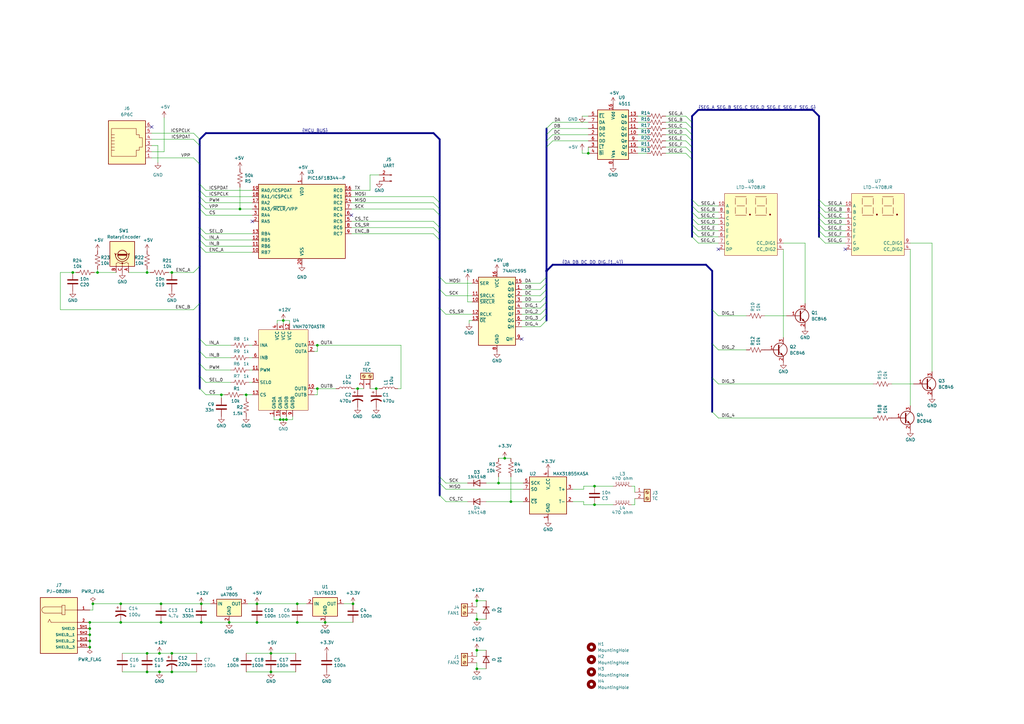
<source format=kicad_sch>
(kicad_sch (version 20231120) (generator "eeschema") (generator_version "8.0")
  (paper "A3")
  (bus_alias "MCU_BUS" (members "ICSPCLK" "ICSPDAT" "VPP" "PWM" "ENC_A" "ENC_B" "SEL_0" "IN_A" "IN_B" "CS" "TX" "MOSI" "MISO" "SCK" "DRDY" "CS_TC" "CS_SR"))
  (junction (at 70.485 111.76))
  (junction (at 66.04 247.65))
  (junction (at 40.005 111.76))
  (junction (at 36.83 260.35))
  (junction (at 36.83 262.89))
  (junction (at 116.205 131.445))
  (junction (at 38.1 247.65))
  (junction (at 49.53 255.27))
  (junction (at 98.425 85.725))
  (junction (at 204.47 198.12))
  (junction (at 65.405 275.59))
  (junction (at 105.41 247.65))
  (junction (at 36.83 257.81))
  (junction (at 60.325 275.59))
  (junction (at 146.685 159.385))
  (junction (at 70.485 275.59))
  (junction (at 130.175 159.385))
  (junction (at 93.98 255.27))
  (junction (at 241.3 62.865))
  (junction (at 224.155 111.125))
  (junction (at 116.205 172.085))
  (junction (at 105.41 255.27))
  (junction (at 243.84 207.01))
  (junction (at 133.35 255.27))
  (junction (at 207.01 187.96))
  (junction (at 90.805 161.925))
  (junction (at 65.405 267.97))
  (junction (at 60.325 267.97))
  (junction (at 82.55 255.27))
  (junction (at 82.55 247.65))
  (junction (at 66.04 255.27))
  (junction (at 121.92 247.65))
  (junction (at 195.58 254))
  (junction (at 195.58 266.7))
  (junction (at 121.92 255.27))
  (junction (at 49.53 247.65))
  (junction (at 100.965 161.925))
  (junction (at 70.485 267.97))
  (junction (at 144.78 247.65))
  (junction (at 114.935 172.085))
  (junction (at 29.845 111.76))
  (junction (at 195.58 246.38))
  (junction (at 130.175 141.605))
  (junction (at 36.83 255.27))
  (junction (at 117.475 172.085))
  (junction (at 60.325 111.76))
  (junction (at 111.125 267.97))
  (junction (at 243.84 199.39))
  (junction (at 195.58 274.32))
  (junction (at 209.55 205.74))
  (junction (at 154.305 159.385))
  (junction (at 36.83 265.43))
  (junction (at 111.125 275.59))
  (no_connect (at 213.995 139.065))
  (no_connect (at 62.23 52.07))
  (no_connect (at 294.64 102.235))
  (no_connect (at 346.71 102.235))
  (no_connect (at 103.505 90.805))
  (no_connect (at 144.145 88.265))
  (bus_entry (at 335.915 97.155) (size 2.54 2.54))
  (bus_entry (at 221.615 116.205) (size 2.54 -2.54))
  (bus_entry (at 81.915 85.725) (size 2.54 2.54))
  (bus_entry (at 81.915 149.225) (size 2.54 2.54))
  (bus_entry (at 180.34 195.58) (size 2.54 2.54))
  (bus_entry (at 221.615 126.365) (size 2.54 -2.54))
  (bus_entry (at 335.915 89.535) (size 2.54 2.54))
  (bus_entry (at 180.34 203.2) (size 2.54 2.54))
  (bus_entry (at 81.915 93.345) (size 2.54 2.54))
  (bus_entry (at 292.1 127) (size 2.54 2.54))
  (bus_entry (at 283.845 89.535) (size 2.54 2.54))
  (bus_entry (at 180.34 198.12) (size 2.54 2.54))
  (bus_entry (at 281.305 50.165) (size 2.54 2.54))
  (bus_entry (at 81.915 159.385) (size 2.54 2.54))
  (bus_entry (at 81.915 144.145) (size 2.54 2.54))
  (bus_entry (at 221.615 133.985) (size 2.54 -2.54))
  (bus_entry (at 81.915 98.425) (size 2.54 2.54))
  (bus_entry (at 283.845 84.455) (size 2.54 2.54))
  (bus_entry (at 335.915 86.995) (size 2.54 2.54))
  (bus_entry (at 283.845 81.915) (size 2.54 2.54))
  (bus_entry (at 180.34 126.365) (size 2.54 2.54))
  (bus_entry (at 81.915 78.105) (size 2.54 2.54))
  (bus_entry (at 283.845 97.155) (size 2.54 2.54))
  (bus_entry (at 292.1 154.94) (size 2.54 2.54))
  (bus_entry (at 335.915 84.455) (size 2.54 2.54))
  (bus_entry (at 224.155 57.785) (size 2.54 -2.54))
  (bus_entry (at 79.375 64.77) (size 2.54 2.54))
  (bus_entry (at 177.8 93.345) (size 2.54 2.54))
  (bus_entry (at 180.34 118.745) (size 2.54 2.54))
  (bus_entry (at 79.375 127) (size 2.54 -2.54))
  (bus_entry (at 335.915 81.915) (size 2.54 2.54))
  (bus_entry (at 224.155 52.705) (size 2.54 -2.54))
  (bus_entry (at 292.1 168.91) (size 2.54 2.54))
  (bus_entry (at 281.305 62.865) (size 2.54 2.54))
  (bus_entry (at 79.375 54.61) (size 2.54 2.54))
  (bus_entry (at 335.915 92.075) (size 2.54 2.54))
  (bus_entry (at 221.615 123.825) (size 2.54 -2.54))
  (bus_entry (at 281.305 52.705) (size 2.54 2.54))
  (bus_entry (at 177.8 90.805) (size 2.54 2.54))
  (bus_entry (at 180.34 113.665) (size 2.54 2.54))
  (bus_entry (at 177.8 95.885) (size 2.54 2.54))
  (bus_entry (at 81.915 100.965) (size 2.54 2.54))
  (bus_entry (at 283.845 92.075) (size 2.54 2.54))
  (bus_entry (at 283.845 86.995) (size 2.54 2.54))
  (bus_entry (at 224.155 55.245) (size 2.54 -2.54))
  (bus_entry (at 79.375 57.15) (size 2.54 2.54))
  (bus_entry (at 177.8 83.185) (size 2.54 2.54))
  (bus_entry (at 81.915 154.305) (size 2.54 2.54))
  (bus_entry (at 81.915 75.565) (size 2.54 2.54))
  (bus_entry (at 281.305 55.245) (size 2.54 2.54))
  (bus_entry (at 281.305 57.785) (size 2.54 2.54))
  (bus_entry (at 81.915 83.185) (size 2.54 2.54))
  (bus_entry (at 335.915 94.615) (size 2.54 2.54))
  (bus_entry (at 224.155 60.325) (size 2.54 -2.54))
  (bus_entry (at 221.615 118.745) (size 2.54 -2.54))
  (bus_entry (at 81.915 139.065) (size 2.54 2.54))
  (bus_entry (at 177.8 85.725) (size 2.54 2.54))
  (bus_entry (at 81.915 80.645) (size 2.54 2.54))
  (bus_entry (at 221.615 121.285) (size 2.54 -2.54))
  (bus_entry (at 283.845 94.615) (size 2.54 2.54))
  (bus_entry (at 79.375 111.76) (size 2.54 -2.54))
  (bus_entry (at 281.305 60.325) (size 2.54 2.54))
  (bus_entry (at 221.615 128.905) (size 2.54 -2.54))
  (bus_entry (at 81.915 95.885) (size 2.54 2.54))
  (bus_entry (at 281.305 47.625) (size 2.54 2.54))
  (bus_entry (at 292.1 140.97) (size 2.54 2.54))
  (bus_entry (at 177.8 80.645) (size 2.54 2.54))
  (bus_entry (at 221.615 131.445) (size 2.54 -2.54))
  (wire (pts (xy 121.92 247.65) (xy 125.73 247.65)))
  (wire (pts (xy 261.62 55.245) (xy 265.43 55.245)))
  (wire (pts (xy 130.175 141.605) (xy 128.905 141.605)))
  (wire (pts (xy 144.145 95.885) (xy 177.8 95.885)))
  (wire (pts (xy 286.385 86.995) (xy 294.64 86.995)))
  (bus (pts (xy 283.845 52.705) (xy 283.845 55.245)) (stroke (width 0.75)))
  (bus (pts (xy 81.915 57.15) (xy 81.915 59.69)) (stroke (width 0.75)))
  (wire (pts (xy 111.125 267.97) (xy 121.285 267.97)))
  (wire (pts (xy 84.455 78.105) (xy 103.505 78.105)))
  (wire (pts (xy 84.455 83.185) (xy 103.505 83.185)))
  (bus (pts (xy 283.845 57.785) (xy 283.845 60.325)) (stroke (width 0.75)))
  (wire (pts (xy 182.88 116.205) (xy 193.675 116.205)))
  (wire (pts (xy 273.05 50.165) (xy 281.305 50.165)))
  (wire (pts (xy 273.05 62.865) (xy 281.305 62.865)))
  (bus (pts (xy 180.34 85.725) (xy 180.34 88.265)) (stroke (width 0.75)))
  (bus (pts (xy 283.845 50.165) (xy 283.845 52.705)) (stroke (width 0.75)))
  (wire (pts (xy 151.765 159.385) (xy 154.305 159.385)))
  (wire (pts (xy 261.62 60.325) (xy 265.43 60.325)))
  (wire (pts (xy 145.415 159.385) (xy 146.685 159.385)))
  (wire (pts (xy 373.38 99.695) (xy 382.27 99.695)))
  (bus (pts (xy 289.56 108.585) (xy 292.1 111.125)) (stroke (width 0.75)))
  (wire (pts (xy 195.58 269.24) (xy 195.58 266.7)))
  (bus (pts (xy 283.845 92.075) (xy 283.845 94.615)) (stroke (width 0.75)))
  (wire (pts (xy 193.675 123.825) (xy 191.77 123.825)))
  (wire (pts (xy 195.58 246.38) (xy 199.39 246.38)))
  (wire (pts (xy 243.84 199.39) (xy 251.46 199.39)))
  (wire (pts (xy 62.23 54.61) (xy 79.375 54.61)))
  (wire (pts (xy 243.84 207.01) (xy 251.46 207.01)))
  (wire (pts (xy 226.695 55.245) (xy 241.3 55.245)))
  (wire (pts (xy 164.465 141.605) (xy 164.465 159.385)))
  (wire (pts (xy 213.995 128.905) (xy 221.615 128.905)))
  (bus (pts (xy 283.845 55.245) (xy 283.845 57.785)) (stroke (width 0.75)))
  (bus (pts (xy 335.915 81.915) (xy 335.915 84.455)) (stroke (width 0.75)))
  (bus (pts (xy 283.845 62.865) (xy 283.845 65.405)) (stroke (width 0.75)))
  (wire (pts (xy 193.675 131.445) (xy 192.405 131.445)))
  (bus (pts (xy 224.155 55.245) (xy 224.155 57.785)) (stroke (width 0.75)))
  (bus (pts (xy 180.34 198.12) (xy 180.34 203.2)) (stroke (width 0.75)))
  (wire (pts (xy 50.165 275.59) (xy 60.325 275.59)))
  (wire (pts (xy 151.765 71.755) (xy 151.765 78.105)))
  (wire (pts (xy 213.995 116.205) (xy 221.615 116.205)))
  (wire (pts (xy 116.205 172.085) (xy 117.475 172.085)))
  (bus (pts (xy 81.915 100.965) (xy 81.915 109.22)) (stroke (width 0.75)))
  (wire (pts (xy 259.08 199.39) (xy 260.35 199.39)))
  (wire (pts (xy 207.01 187.96) (xy 209.55 187.96)))
  (wire (pts (xy 70.485 275.59) (xy 80.645 275.59)))
  (wire (pts (xy 70.485 267.97) (xy 80.645 267.97)))
  (wire (pts (xy 36.83 262.89) (xy 36.83 265.43)))
  (bus (pts (xy 180.34 195.58) (xy 180.34 198.12)) (stroke (width 0.75)))
  (wire (pts (xy 130.175 159.385) (xy 137.795 159.385)))
  (wire (pts (xy 65.405 275.59) (xy 60.325 275.59)))
  (wire (pts (xy 38.1 250.19) (xy 36.83 250.19)))
  (bus (pts (xy 335.915 92.075) (xy 335.915 94.615)) (stroke (width 0.75)))
  (bus (pts (xy 283.845 86.995) (xy 283.845 89.535)) (stroke (width 0.75)))
  (wire (pts (xy 241.3 60.325) (xy 241.3 62.865)))
  (wire (pts (xy 117.475 172.085) (xy 120.015 172.085)))
  (wire (pts (xy 105.41 247.65) (xy 121.92 247.65)))
  (wire (pts (xy 38.1 250.19) (xy 38.1 247.65)))
  (wire (pts (xy 112.395 172.085) (xy 114.935 172.085)))
  (wire (pts (xy 238.76 62.865) (xy 238.76 61.595)))
  (wire (pts (xy 62.23 64.77) (xy 79.375 64.77)))
  (bus (pts (xy 81.915 109.22) (xy 81.915 124.46)) (stroke (width 0.75)))
  (wire (pts (xy 149.225 159.385) (xy 146.685 159.385)))
  (wire (pts (xy 113.665 131.445) (xy 113.665 132.715)))
  (wire (pts (xy 38.1 247.65) (xy 49.53 247.65)))
  (wire (pts (xy 273.05 57.785) (xy 281.305 57.785)))
  (bus (pts (xy 224.155 57.785) (xy 224.155 60.325)) (stroke (width 0.75)))
  (wire (pts (xy 24.765 127) (xy 24.765 111.76)))
  (bus (pts (xy 180.34 98.425) (xy 180.34 113.665)) (stroke (width 0.75)))
  (wire (pts (xy 102.235 156.845) (xy 103.505 156.845)))
  (bus (pts (xy 81.915 154.305) (xy 81.915 159.385)) (stroke (width 0.75)))
  (bus (pts (xy 180.34 113.665) (xy 180.34 118.745)) (stroke (width 0.75)))
  (wire (pts (xy 84.455 98.425) (xy 103.505 98.425)))
  (wire (pts (xy 100.965 275.59) (xy 111.125 275.59)))
  (wire (pts (xy 130.175 141.605) (xy 130.175 144.145)))
  (wire (pts (xy 182.88 200.66) (xy 214.63 200.66)))
  (bus (pts (xy 335.915 89.535) (xy 335.915 92.075)) (stroke (width 0.75)))
  (wire (pts (xy 100.965 267.97) (xy 111.125 267.97)))
  (wire (pts (xy 84.455 100.965) (xy 103.505 100.965)))
  (wire (pts (xy 294.64 143.51) (xy 306.07 143.51)))
  (wire (pts (xy 102.235 151.765) (xy 103.505 151.765)))
  (wire (pts (xy 113.665 131.445) (xy 116.205 131.445)))
  (bus (pts (xy 292.1 140.97) (xy 292.1 154.94)) (stroke (width 0.75)))
  (bus (pts (xy 81.915 144.145) (xy 81.915 149.225)) (stroke (width 0.75)))
  (bus (pts (xy 224.155 111.125) (xy 226.695 108.585)) (stroke (width 0.75)))
  (bus (pts (xy 226.695 108.585) (xy 289.56 108.585)) (stroke (width 0.75)))
  (wire (pts (xy 338.455 92.075) (xy 346.71 92.075)))
  (bus (pts (xy 333.375 45.085) (xy 335.915 47.625)) (stroke (width 0.75)))
  (wire (pts (xy 182.88 198.12) (xy 191.77 198.12)))
  (wire (pts (xy 234.95 200.66) (xy 239.395 200.66)))
  (bus (pts (xy 335.915 84.455) (xy 335.915 86.995)) (stroke (width 0.75)))
  (wire (pts (xy 121.92 255.27) (xy 133.35 255.27)))
  (bus (pts (xy 283.845 89.535) (xy 283.845 92.075)) (stroke (width 0.75)))
  (wire (pts (xy 36.83 257.81) (xy 36.83 260.35)))
  (wire (pts (xy 65.405 267.97) (xy 70.485 267.97)))
  (wire (pts (xy 154.305 159.385) (xy 155.575 159.385)))
  (bus (pts (xy 81.915 85.725) (xy 81.915 93.345)) (stroke (width 0.75)))
  (wire (pts (xy 24.765 127) (xy 79.375 127)))
  (wire (pts (xy 60.325 111.76) (xy 60.325 110.49)))
  (wire (pts (xy 120.015 172.085) (xy 120.015 170.815)))
  (wire (pts (xy 70.485 111.76) (xy 69.215 111.76)))
  (wire (pts (xy 101.6 247.65) (xy 105.41 247.65)))
  (bus (pts (xy 177.8 54.61) (xy 180.34 57.15)) (stroke (width 0.75)))
  (wire (pts (xy 114.935 172.085) (xy 116.205 172.085)))
  (wire (pts (xy 286.385 84.455) (xy 294.64 84.455)))
  (wire (pts (xy 213.995 121.285) (xy 221.615 121.285)))
  (bus (pts (xy 180.34 118.745) (xy 180.34 126.365)) (stroke (width 0.75)))
  (wire (pts (xy 65.405 275.59) (xy 70.485 275.59)))
  (wire (pts (xy 84.455 146.685) (xy 94.615 146.685)))
  (wire (pts (xy 84.455 85.725) (xy 98.425 85.725)))
  (wire (pts (xy 260.35 207.01) (xy 259.08 207.01)))
  (bus (pts (xy 286.385 45.085) (xy 333.375 45.085)) (stroke (width 0.75)))
  (bus (pts (xy 224.155 126.365) (xy 224.155 128.905)) (stroke (width 0.75)))
  (wire (pts (xy 130.175 161.925) (xy 130.175 159.385)))
  (wire (pts (xy 273.05 47.625) (xy 281.305 47.625)))
  (bus (pts (xy 81.915 75.565) (xy 81.915 78.105)) (stroke (width 0.75)))
  (wire (pts (xy 128.905 159.385) (xy 130.175 159.385)))
  (wire (pts (xy 144.145 93.345) (xy 177.8 93.345)))
  (wire (pts (xy 84.455 151.765) (xy 94.615 151.765)))
  (bus (pts (xy 224.155 60.325) (xy 224.155 111.125)) (stroke (width 0.75)))
  (bus (pts (xy 81.915 57.15) (xy 84.455 54.61)) (stroke (width 0.75)))
  (wire (pts (xy 365.76 157.48) (xy 374.65 157.48)))
  (bus (pts (xy 283.845 60.325) (xy 283.845 62.865)) (stroke (width 0.75)))
  (wire (pts (xy 286.385 97.155) (xy 294.64 97.155)))
  (wire (pts (xy 100.965 161.925) (xy 103.505 161.925)))
  (wire (pts (xy 84.455 156.845) (xy 94.615 156.845)))
  (wire (pts (xy 213.995 133.985) (xy 221.615 133.985)))
  (wire (pts (xy 164.465 159.385) (xy 163.195 159.385)))
  (bus (pts (xy 180.34 95.885) (xy 180.34 98.425)) (stroke (width 0.75)))
  (wire (pts (xy 195.58 251.46) (xy 195.58 254)))
  (wire (pts (xy 144.145 80.645) (xy 177.8 80.645)))
  (wire (pts (xy 66.04 255.27) (xy 82.55 255.27)))
  (wire (pts (xy 66.04 247.65) (xy 82.55 247.65)))
  (wire (pts (xy 130.175 144.145) (xy 128.905 144.145)))
  (wire (pts (xy 84.455 141.605) (xy 94.615 141.605)))
  (bus (pts (xy 292.1 154.94) (xy 292.1 168.91)) (stroke (width 0.75)))
  (bus (pts (xy 292.1 127) (xy 292.1 140.97)) (stroke (width 0.75)))
  (wire (pts (xy 209.55 205.74) (xy 214.63 205.74)))
  (wire (pts (xy 313.69 129.54) (xy 322.58 129.54)))
  (wire (pts (xy 84.455 103.505) (xy 103.505 103.505)))
  (wire (pts (xy 239.395 207.01) (xy 239.395 205.74)))
  (wire (pts (xy 151.765 71.755) (xy 155.575 71.755)))
  (wire (pts (xy 207.01 187.96) (xy 204.47 187.96)))
  (wire (pts (xy 213.995 118.745) (xy 221.615 118.745)))
  (bus (pts (xy 292.1 111.125) (xy 292.1 127)) (stroke (width 0.75)))
  (wire (pts (xy 111.125 275.59) (xy 121.285 275.59)))
  (wire (pts (xy 195.58 271.78) (xy 195.58 274.32)))
  (bus (pts (xy 81.915 80.645) (xy 81.915 83.185)) (stroke (width 0.75)))
  (wire (pts (xy 243.84 207.01) (xy 239.395 207.01)))
  (wire (pts (xy 49.53 255.27) (xy 66.04 255.27)))
  (wire (pts (xy 140.97 247.65) (xy 144.78 247.65)))
  (wire (pts (xy 286.385 89.535) (xy 294.64 89.535)))
  (wire (pts (xy 338.455 86.995) (xy 346.71 86.995)))
  (wire (pts (xy 118.745 131.445) (xy 118.745 132.715)))
  (wire (pts (xy 52.705 111.76) (xy 60.325 111.76)))
  (bus (pts (xy 84.455 54.61) (xy 177.8 54.61)) (stroke (width 0.75)))
  (bus (pts (xy 180.34 93.345) (xy 180.34 95.885)) (stroke (width 0.75)))
  (wire (pts (xy 62.23 57.15) (xy 79.375 57.15)))
  (wire (pts (xy 199.39 205.74) (xy 209.55 205.74)))
  (wire (pts (xy 294.64 171.45) (xy 358.14 171.45)))
  (bus (pts (xy 224.155 113.665) (xy 224.155 116.205)) (stroke (width 0.75)))
  (wire (pts (xy 226.695 57.785) (xy 241.3 57.785)))
  (wire (pts (xy 338.455 84.455) (xy 346.71 84.455)))
  (wire (pts (xy 195.58 266.7) (xy 199.39 266.7)))
  (bus (pts (xy 283.845 65.405) (xy 283.845 81.915)) (stroke (width 0.75)))
  (wire (pts (xy 36.83 255.27) (xy 49.53 255.27)))
  (bus (pts (xy 81.915 139.065) (xy 81.915 144.145)) (stroke (width 0.75)))
  (wire (pts (xy 382.27 99.695) (xy 382.27 152.4)))
  (wire (pts (xy 116.205 131.445) (xy 118.745 131.445)))
  (bus (pts (xy 180.34 88.265) (xy 180.34 93.345)) (stroke (width 0.75)))
  (bus (pts (xy 335.915 86.995) (xy 335.915 89.535)) (stroke (width 0.75)))
  (wire (pts (xy 238.76 47.625) (xy 241.3 47.625)))
  (bus (pts (xy 283.845 81.915) (xy 283.845 84.455)) (stroke (width 0.75)))
  (wire (pts (xy 204.47 198.12) (xy 214.63 198.12)))
  (wire (pts (xy 199.39 198.12) (xy 204.47 198.12)))
  (wire (pts (xy 130.175 141.605) (xy 164.465 141.605)))
  (wire (pts (xy 261.62 62.865) (xy 265.43 62.865)))
  (wire (pts (xy 241.3 62.865) (xy 238.76 62.865)))
  (bus (pts (xy 81.915 78.105) (xy 81.915 80.645)) (stroke (width 0.75)))
  (wire (pts (xy 102.235 141.605) (xy 103.505 141.605)))
  (wire (pts (xy 213.995 123.825) (xy 221.615 123.825)))
  (wire (pts (xy 182.88 128.905) (xy 193.675 128.905)))
  (wire (pts (xy 321.31 99.695) (xy 330.2 99.695)))
  (wire (pts (xy 144.145 85.725) (xy 177.8 85.725)))
  (wire (pts (xy 49.53 247.65) (xy 66.04 247.65)))
  (wire (pts (xy 260.35 199.39) (xy 260.35 201.93)))
  (bus (pts (xy 224.155 111.125) (xy 224.155 113.665)) (stroke (width 0.75)))
  (bus (pts (xy 224.155 116.205) (xy 224.155 118.745)) (stroke (width 0.75)))
  (wire (pts (xy 273.05 60.325) (xy 281.305 60.325)))
  (wire (pts (xy 114.935 170.815) (xy 114.935 172.085)))
  (wire (pts (xy 38.735 111.76) (xy 40.005 111.76)))
  (wire (pts (xy 182.88 205.74) (xy 191.77 205.74)))
  (wire (pts (xy 47.625 111.76) (xy 40.005 111.76)))
  (wire (pts (xy 67.31 48.26) (xy 67.31 62.23)))
  (wire (pts (xy 84.455 80.645) (xy 103.505 80.645)))
  (wire (pts (xy 338.455 94.615) (xy 346.71 94.615)))
  (wire (pts (xy 294.64 129.54) (xy 306.07 129.54)))
  (bus (pts (xy 224.155 123.825) (xy 224.155 126.365)) (stroke (width 0.75)))
  (bus (pts (xy 180.34 83.185) (xy 180.34 85.725)) (stroke (width 0.75)))
  (wire (pts (xy 294.64 157.48) (xy 358.14 157.48)))
  (bus (pts (xy 283.845 94.615) (xy 283.845 97.155)) (stroke (width 0.75)))
  (bus (pts (xy 224.155 128.905) (xy 224.155 131.445)) (stroke (width 0.75)))
  (wire (pts (xy 128.905 161.925) (xy 130.175 161.925)))
  (wire (pts (xy 98.425 85.725) (xy 98.425 76.835)))
  (wire (pts (xy 209.55 195.58) (xy 209.55 205.74)))
  (wire (pts (xy 191.77 123.825) (xy 191.77 114.935)))
  (bus (pts (xy 81.915 59.69) (xy 81.915 67.31)) (stroke (width 0.75)))
  (wire (pts (xy 90.805 161.925) (xy 92.075 161.925)))
  (bus (pts (xy 224.155 121.285) (xy 224.155 123.825)) (stroke (width 0.75)))
  (wire (pts (xy 373.38 102.235) (xy 373.38 166.37)))
  (wire (pts (xy 112.395 170.815) (xy 112.395 172.085)))
  (wire (pts (xy 260.35 204.47) (xy 260.35 207.01)))
  (wire (pts (xy 239.395 200.66) (xy 239.395 199.39)))
  (wire (pts (xy 213.995 126.365) (xy 221.615 126.365)))
  (wire (pts (xy 199.39 274.32) (xy 195.58 274.32)))
  (wire (pts (xy 204.47 195.58) (xy 204.47 198.12)))
  (wire (pts (xy 61.595 111.76) (xy 60.325 111.76)))
  (bus (pts (xy 224.155 118.745) (xy 224.155 121.285)) (stroke (width 0.75)))
  (wire (pts (xy 98.425 85.725) (xy 103.505 85.725)))
  (wire (pts (xy 286.385 92.075) (xy 294.64 92.075)))
  (wire (pts (xy 50.165 267.97) (xy 60.325 267.97)))
  (wire (pts (xy 273.05 55.245) (xy 281.305 55.245)))
  (wire (pts (xy 36.83 255.27) (xy 36.83 257.81)))
  (wire (pts (xy 338.455 89.535) (xy 346.71 89.535)))
  (wire (pts (xy 261.62 57.785) (xy 265.43 57.785)))
  (wire (pts (xy 93.98 255.27) (xy 105.41 255.27)))
  (bus (pts (xy 81.915 124.46) (xy 81.915 139.065)) (stroke (width 0.75)))
  (wire (pts (xy 100.965 161.925) (xy 99.695 161.925)))
  (bus (pts (xy 283.845 47.625) (xy 283.845 50.165)) (stroke (width 0.75)))
  (wire (pts (xy 213.995 131.445) (xy 221.615 131.445)))
  (wire (pts (xy 29.845 111.76) (xy 31.115 111.76)))
  (bus (pts (xy 81.915 83.185) (xy 81.915 85.725)) (stroke (width 0.75)))
  (wire (pts (xy 133.35 255.27) (xy 144.78 255.27)))
  (wire (pts (xy 234.95 205.74) (xy 239.395 205.74)))
  (wire (pts (xy 226.695 50.165) (xy 241.3 50.165)))
  (bus (pts (xy 283.845 47.625) (xy 286.385 45.085)) (stroke (width 0.75)))
  (wire (pts (xy 286.385 94.615) (xy 294.64 94.615)))
  (wire (pts (xy 84.455 88.265) (xy 103.505 88.265)))
  (bus (pts (xy 81.915 93.345) (xy 81.915 95.885)) (stroke (width 0.75)))
  (wire (pts (xy 84.455 95.885) (xy 103.505 95.885)))
  (wire (pts (xy 84.455 161.925) (xy 90.805 161.925)))
  (bus (pts (xy 335.915 47.625) (xy 335.915 81.915)) (stroke (width 0.75)))
  (wire (pts (xy 338.455 97.155) (xy 346.71 97.155)))
  (wire (pts (xy 64.77 59.69) (xy 62.23 59.69)))
  (wire (pts (xy 90.805 163.195) (xy 90.805 161.925)))
  (wire (pts (xy 192.405 131.445) (xy 192.405 132.715)))
  (wire (pts (xy 70.485 111.76) (xy 79.375 111.76)))
  (wire (pts (xy 286.385 99.695) (xy 294.64 99.695)))
  (wire (pts (xy 67.31 62.23) (xy 62.23 62.23)))
  (bus (pts (xy 180.34 57.15) (xy 180.34 83.185)) (stroke (width 0.75)))
  (wire (pts (xy 261.62 50.165) (xy 265.43 50.165)))
  (wire (pts (xy 261.62 47.625) (xy 265.43 47.625)))
  (bus (pts (xy 81.915 95.885) (xy 81.915 98.425)) (stroke (width 0.75)))
  (wire (pts (xy 261.62 52.705) (xy 265.43 52.705)))
  (wire (pts (xy 100.965 163.195) (xy 100.965 161.925)))
  (wire (pts (xy 144.145 90.805) (xy 177.8 90.805)))
  (wire (pts (xy 330.2 99.695) (xy 330.2 124.46)))
  (bus (pts (xy 81.915 149.225) (xy 81.915 154.305)) (stroke (width 0.75)))
  (wire (pts (xy 117.475 170.815) (xy 117.475 172.085)))
  (wire (pts (xy 199.39 254) (xy 195.58 254)))
  (wire (pts (xy 273.05 52.705) (xy 281.305 52.705)))
  (wire (pts (xy 243.84 199.39) (xy 239.395 199.39)))
  (wire (pts (xy 321.31 102.235) (xy 321.31 138.43)))
  (bus (pts (xy 81.915 98.425) (xy 81.915 100.965)) (stroke (width 0.75)))
  (wire (pts (xy 102.235 146.685) (xy 103.505 146.685)))
  (wire (pts (xy 226.695 52.705) (xy 241.3 52.705)))
  (bus (pts (xy 180.34 126.365) (xy 180.34 195.58)) (stroke (width 0.75)))
  (wire (pts (xy 116.205 131.445) (xy 116.205 132.715)))
  (bus (pts (xy 335.915 94.615) (xy 335.915 97.155)) (stroke (width 0.75)))
  (wire (pts (xy 64.77 66.675) (xy 64.77 59.69)))
  (wire (pts (xy 36.83 260.35) (xy 36.83 262.89)))
  (bus (pts (xy 81.915 67.31) (xy 81.915 75.565)) (stroke (width 0.75)))
  (bus (pts (xy 283.845 84.455) (xy 283.845 86.995)) (stroke (width 0.75)))
  (wire (pts (xy 24.765 111.76) (xy 29.845 111.76)))
  (wire (pts (xy 82.55 255.27) (xy 93.98 255.27)))
  (wire (pts (xy 338.455 99.695) (xy 346.71 99.695)))
  (wire (pts (xy 40.005 111.76) (xy 40.005 110.49)))
  (wire (pts (xy 65.405 267.97) (xy 60.325 267.97)))
  (wire (pts (xy 195.58 248.92) (xy 195.58 246.38)))
  (wire (pts (xy 182.88 121.285) (xy 193.675 121.285)))
  (wire (pts (xy 105.41 255.27) (xy 121.92 255.27)))
  (bus (pts (xy 224.155 52.705) (xy 224.155 55.245)) (stroke (width 0.75)))
  (wire (pts (xy 144.145 78.105) (xy 151.765 78.105)))
  (wire (pts (xy 144.145 83.185) (xy 177.8 83.185)))
  (wire (pts (xy 82.55 247.65) (xy 86.36 247.65)))
  (text "ADC Restricted:\n\n" (at -27.305 139.065 0) (effects (font (size 2 2) (thickness 0.4) (bold yes)) (justify left bottom)))
  (text "PPS Restricted:\n\nRB4		RC6\nRB5		RC7\nRB6\nRB7" (at -27.305 114.935 0) (effects (font (size 2 2) (thickness 0.4) (bold yes)) (justify left bottom)))
  (label "IN_A" (at 85.725 98.425 0))
  (label "MISO" (at 145.415 83.185 0))
  (label "OUTB" (at 131.445 159.385 0))
  (label "MISO" (at 184.15 200.66 0))
  (label "SEG_E" (at 293.37 94.615 180))
  (label "VPP" (at 78.105 64.77 180))
  (label "DIG_2" (at 295.91 143.51 0))
  (label "ENC_B" (at 145.415 95.885 0))
  (label "DIG_4" (at 295.91 171.45 0))
  (label "CS_SR" (at 184.15 128.905 0))
  (label "{DA DB DC DD DIG_[1..4]}" (at 230.505 108.585 0))
  (label "TX" (at 145.415 78.105 0))
  (label "ICSPCLK" (at 85.725 80.645 0))
  (label "ICSPDAT" (at 78.105 57.15 180))
  (label "SEG_F" (at 293.37 97.155 180))
  (label "PWM" (at 85.725 83.185 0))
  (label "DC" (at 229.87 55.245 180))
  (label "SEG_E" (at 280.035 57.785 180))
  (label "ENC_A" (at 78.105 111.76 180))
  (label "SEG_F" (at 280.035 60.325 180))
  (label "SEG_G" (at 280.035 62.865 180))
  (label "IN_B" (at 85.725 100.965 0))
  (label "SEG_B" (at 345.44 86.995 180))
  (label "CS" (at 85.725 161.925 0))
  (label "SEG_C" (at 293.37 89.535 180))
  (label "MOSI" (at 145.415 80.645 0))
  (label "SEG_F" (at 345.44 97.155 180))
  (label "MOSI" (at 184.15 116.205 0))
  (label "DIG_1" (at 295.91 129.54 0))
  (label "CS_SR" (at 145.415 93.345 0))
  (label "SCK" (at 184.15 198.12 0))
  (label "{SEG_A SEG_B SEG_C SEG_D SEG_E SEG_F SEG_G}" (at 286.385 45.085 0))
  (label "VPP" (at 85.725 85.725 0))
  (label "SEG_C" (at 280.035 52.705 180))
  (label "SEG_D" (at 293.37 92.075 180))
  (label "DA" (at 215.265 116.205 0))
  (label "SEL_0" (at 85.725 95.885 0))
  (label "ICSPDAT" (at 85.725 78.105 0))
  (label "IN_B" (at 85.725 146.685 0))
  (label "SEG_D" (at 280.035 55.245 180))
  (label "DD" (at 229.87 57.785 180))
  (label "DIG_3" (at 295.91 157.48 0))
  (label "DIG_2" (at 215.265 128.905 0))
  (label "CS_TC" (at 184.15 205.74 0))
  (label "IN_A" (at 85.725 141.605 0))
  (label "ENC_A" (at 85.725 103.505 0))
  (label "SEL_0" (at 85.725 156.845 0))
  (label "CS" (at 85.725 88.265 0))
  (label "DA" (at 229.87 50.165 180))
  (label "SEG_A" (at 345.44 84.455 180))
  (label "SEG_B" (at 293.37 86.995 180))
  (label "SEG_A" (at 293.37 84.455 180))
  (label "SEG_C" (at 345.44 89.535 180))
  (label "SEG_G" (at 345.44 99.695 180))
  (label "DIG_1" (at 215.265 126.365 0))
  (label "PWM" (at 85.725 151.765 0))
  (label "DIG_3" (at 215.265 131.445 0))
  (label "ICSPCLK" (at 78.105 54.61 180))
  (label "SEG_D" (at 345.44 92.075 180))
  (label "ENC_B" (at 78.105 127 180))
  (label "SCK" (at 145.415 85.725 0))
  (label "CS_TC" (at 145.415 90.805 0))
  (label "DB" (at 215.265 118.745 0))
  (label "SEG_G" (at 293.37 99.695 180))
  (label "SCK" (at 184.15 121.285 0))
  (label "SEG_E" (at 345.44 94.615 180))
  (label "DC" (at 215.265 121.285 0))
  (label "{MCU_BUS}" (at 123.825 54.61 0))
  (label "SEG_A" (at 280.035 47.625 180))
  (label "SEG_B" (at 280.035 50.165 180))
  (label "DD" (at 215.265 123.825 0))
  (label "DIG_4" (at 215.265 133.985 0))
  (label "DB" (at 229.87 52.705 180))
  (label "OUTA" (at 131.445 141.605 0))
  (symbol (lib_id "Device:D") (at 199.39 250.19 270) (unit 1)
    (property "Reference" "D2" (at 204.9018 250.19 0))
    (property "Value" "D" (at 202.5904 250.19 0))
    (property "Footprint" "Diode_SMD:D_SOD-123" (effects (hide yes)))
  )
  (symbol (lib_id "Connector:Screw_Terminal_01x02") (at 190.5 248.92 0) (mirror y) (unit 1)
    (property "Reference" "J4" (at 188.468 249.1232 0) (effects (justify left)))
    (property "Value" "FAN1" (at 188.468 251.4346 0) (effects (justify left)))
    (property "Footprint" "TerminalBlock:TerminalBlock_bornier-2_P5.08mm" (effects (hide yes)))
  )
  (symbol (lib_id "power:+12V") (at 195.58 246.38 0) (unit 1)
    (property "Reference" "#PWR0122" (effects (hide yes)))
    (property "Value" "+12V" (at 195.961 241.9858 0))
  )
  (symbol (lib_id "Device:D") (at 199.39 270.51 270) (unit 1)
    (property "Reference" "D1" (at 204.9018 270.51 0))
    (property "Value" "D" (at 202.5904 270.51 0))
    (property "Footprint" "Diode_SMD:D_SOD-123" (effects (hide yes)))
  )
  (symbol (lib_id "Connector:Screw_Terminal_01x02") (at 190.5 269.24 0) (mirror y) (unit 1)
    (property "Reference" "J1" (at 188.468 269.4432 0) (effects (justify left)))
    (property "Value" "FAN2" (at 188.468 271.7546 0) (effects (justify left)))
    (property "Footprint" "TerminalBlock:TerminalBlock_bornier-2_P5.08mm" (effects (hide yes)))
  )
  (symbol (lib_id "power:+12V") (at 195.58 266.7 0) (unit 1)
    (property "Reference" "#PWR0127" (effects (hide yes)))
    (property "Value" "+12V" (at 195.961 262.3058 0))
  )
  (symbol (lib_id "Device:R_US") (at 34.925 111.76 90) (unit 1)
    (property "Reference" "R24" (at 33.655 106.9086 90) (effects (justify left)))
    (property "Value" "10k" (at 33.655 109.22 90) (effects (justify left)))
    (property "Footprint" "Resistor_SMD:R_0805_2012Metric" (effects (hide yes)))
  )
  (symbol (lib_id "Device:R_US") (at 60.325 106.68 180) (unit 1)
    (property "Reference" "R22" (at 59.055 105.6386 0) (effects (justify left)))
    (property "Value" "10k" (at 59.055 107.95 0) (effects (justify left)))
    (property "Footprint" "Resistor_SMD:R_0805_2012Metric" (effects (hide yes)))
  )
  (symbol (lib_id "Device:R_US") (at 40.005 106.68 0) (mirror x) (unit 1)
    (property "Reference" "R23" (at 41.275 105.6386 0) (effects (justify left)))
    (property "Value" "10k" (at 41.275 107.95 0) (effects (justify left)))
    (property "Footprint" "Resistor_SMD:R_0805_2012Metric" (effects (hide yes)))
  )
  (symbol (lib_id "Device:R_US") (at 65.405 111.76 90) (unit 1)
    (property "Reference" "R21" (at 70.485 106.9086 90) (effects (justify left)))
    (property "Value" "10k" (at 70.485 109.22 90) (effects (justify left)))
    (property "Footprint" "Resistor_SMD:R_0805_2012Metric" (effects (hide yes)))
  )
  (symbol (lib_id "Device:C") (at 29.845 115.57 0) (mirror x) (unit 1)
    (property "Reference" "C20" (at 32.766 116.7384 0) (effects (justify left)))
    (property "Value" "10n" (at 32.766 114.427 0) (effects (justify left)))
    (property "Footprint" "Capacitor_SMD:C_0805_2012Metric" (effects (hide yes)))
  )
  (symbol (lib_id "Device:C") (at 70.485 115.57 180) (unit 1)
    (property "Reference" "C19" (at 67.564 116.7384 0) (effects (justify left)))
    (property "Value" "10n" (at 67.564 114.427 0) (effects (justify left)))
    (property "Footprint" "Capacitor_SMD:C_0805_2012Metric" (effects (hide yes)))
  )
  (symbol (lib_id "Device:C") (at 100.965 271.78 0) (mirror y) (unit 1)
    (property "Reference" "C8" (at 98.044 270.6116 0) (effects (justify left)))
    (property "Value" "100n" (at 98.044 272.923 0) (effects (justify left)))
    (property "Footprint" "Capacitor_SMD:C_0805_2012Metric" (effects (hide yes)))
  )
  (symbol (lib_id "Device:C") (at 111.125 271.78 0) (mirror y) (unit 1)
    (property "Reference" "C18" (at 108.204 270.6116 0) (effects (justify left)))
    (property "Value" "100n" (at 108.204 272.923 0) (effects (justify left)))
    (property "Footprint" "Capacitor_SMD:C_0805_2012Metric" (effects (hide yes)))
  )
  (symbol (lib_id "power:+5V") (at 111.125 267.97 0) (unit 1)
    (property "Reference" "#PWR0102" (effects (hide yes)))
    (property "Value" "+5V" (at 111.506 263.5758 0))
  )
  (symbol (lib_id "power:+5V") (at 40.005 102.87 0) (unit 1)
    (property "Reference" "#PWR0129" (effects (hide yes)))
    (property "Value" "+5V" (at 40.386 98.4758 0))
  )
  (symbol (lib_id "power:+12V") (at 82.55 247.65 0) (unit 1)
    (property "Reference" "#PWR0134" (effects (hide yes)))
    (property "Value" "+12V" (at 82.931 243.2558 0))
  )
  (symbol (lib_id "Device:C") (at 82.55 251.46 0) (mirror y) (unit 1)
    (property "Reference" "C11" (at 79.629 250.2916 0) (effects (justify left)))
    (property "Value" "330n" (at 79.629 252.603 0) (effects (justify left)))
    (property "Footprint" "Capacitor_SMD:C_0805_2012Metric" (effects (hide yes)))
  )
  (symbol (lib_id "Device:C") (at 105.41 251.46 0) (unit 1)
    (property "Reference" "C10" (at 108.331 250.2916 0) (effects (justify left)))
    (property "Value" "100n" (at 108.331 252.603 0) (effects (justify left)))
    (property "Footprint" "Capacitor_SMD:C_0805_2012Metric" (effects (hide yes)))
  )
  (symbol (lib_id "power:+5V") (at 123.825 73.025 0) (unit 1)
    (property "Reference" "#PWR0136" (effects (hide yes)))
    (property "Value" "+5V" (at 124.206 68.6308 0))
  )
  (symbol (lib_id "Device:R_US") (at 98.425 73.025 180) (unit 1)
    (property "Reference" "R5" (at 100.33 74.295 0) (effects (justify right)))
    (property "Value" "50k" (at 100.33 71.9836 0) (effects (justify right)))
    (property "Footprint" "Resistor_SMD:R_0805_2012Metric" (effects (hide yes)))
  )
  (symbol (lib_id "power:+5V") (at 98.425 69.215 0) (mirror y) (unit 1)
    (property "Reference" "#PWR0137" (effects (hide yes)))
    (property "Value" "+5V" (at 98.044 64.8208 0))
  )
  (symbol (lib_id "power:+5V") (at 251.46 42.545 0) (unit 1)
    (property "Reference" "#PWR0146" (effects (hide yes)))
    (property "Value" "+5V" (at 251.841 38.1508 0))
  )
  (symbol (lib_id "power:+5V") (at 238.76 61.595 0) (unit 1)
    (property "Reference" "#PWR0148" (effects (hide yes)))
    (property "Value" "+5V" (at 234.95 60.325 0))
  )
  (symbol (lib_id "Connector:Screw_Terminal_01x02") (at 265.43 201.93 0) (unit 1)
    (property "Reference" "J3" (at 267.462 202.1332 0) (effects (justify left)))
    (property "Value" "TC" (at 267.462 204.4446 0) (effects (justify left)))
    (property "Footprint" "1_CUSTOM:PCC-SMP" (effects (hide yes)))
  )
  (symbol (lib_id "Device:R_US") (at 309.88 143.51 90) (unit 1)
    (property "Reference" "R12" (at 308.7116 141.7828 0) (effects (justify left)))
    (property "Value" "10k" (at 311.023 141.7828 0) (effects (justify left)))
    (property "Footprint" "Resistor_SMD:R_0805_2012Metric" (effects (hide yes)))
  )
  (symbol (lib_id "Device:R_US") (at 309.88 129.54 90) (unit 1)
    (property "Reference" "R10" (at 308.7116 127.8128 0) (effects (justify left)))
    (property "Value" "10k" (at 311.023 127.8128 0) (effects (justify left)))
    (property "Footprint" "Resistor_SMD:R_0805_2012Metric" (effects (hide yes)))
  )
  (symbol (lib_id "Device:R_US") (at 361.95 171.45 90) (unit 1)
    (property "Reference" "R18" (at 360.7816 169.7228 0) (effects (justify left)))
    (property "Value" "10k" (at 363.093 169.7228 0) (effects (justify left)))
    (property "Footprint" "Resistor_SMD:R_0805_2012Metric" (effects (hide yes)))
  )
  (symbol (lib_id "Device:R_US") (at 361.95 157.48 90) (unit 1)
    (property "Reference" "R15" (at 360.7816 155.7528 0) (effects (justify left)))
    (property "Value" "10k" (at 363.093 155.7528 0) (effects (justify left)))
    (property "Footprint" "Resistor_SMD:R_0805_2012Metric" (effects (hide yes)))
  )
  (symbol (lib_id "Device:R_US") (at 269.24 47.625 90) (unit 1)
    (property "Reference" "R14" (at 266.7 46.355 90) (effects (justify left)))
    (property "Value" "R_US" (effects (hide yes)))
    (property "Footprint" "Resistor_SMD:R_0805_2012Metric" (effects (hide yes)))
  )
  (symbol (lib_id "Device:R_US") (at 269.24 50.165 90) (unit 1)
    (property "Reference" "R16" (at 266.7 48.895 90) (effects (justify left)))
    (property "Value" "R_US" (effects (hide yes)))
    (property "Footprint" "Resistor_SMD:R_0805_2012Metric" (effects (hide yes)))
  )
  (symbol (lib_id "Device:R_US") (at 269.24 52.705 90) (unit 1)
    (property "Reference" "R17" (at 266.7 51.435 90) (effects (justify left)))
    (property "Value" "R_US" (effects (hide yes)))
    (property "Footprint" "Resistor_SMD:R_0805_2012Metric" (effects (hide yes)))
  )
  (symbol (lib_id "Device:R_US") (at 269.24 55.245 90) (unit 1)
    (property "Reference" "R19" (at 266.7 53.975 90) (effects (justify left)))
    (property "Value" "R_US" (effects (hide yes)))
    (property "Footprint" "Resistor_SMD:R_0805_2012Metric" (effects (hide yes)))
  )
  (symbol (lib_id "Device:R_US") (at 269.24 57.785 90) (unit 1)
    (property "Reference" "R20" (at 266.7 56.515 90) (effects (justify left)))
    (property "Value" "R_US" (effects (hide yes)))
    (property "Footprint" "Resistor_SMD:R_0805_2012Metric" (effects (hide yes)))
  )
  (symbol (lib_id "Device:R_US") (at 269.24 60.325 90) (unit 1)
    (property "Reference" "R11" (at 266.7 59.055 90) (effects (justify left)))
    (property "Value" "R_US" (effects (hide yes)))
    (property "Footprint" "Resistor_SMD:R_0805_2012Metric" (effects (hide yes)))
  )
  (symbol (lib_id "Device:R_US") (at 269.24 62.865 90) (unit 1)
    (property "Reference" "R13" (at 266.7 61.595 90) (effects (justify left)))
    (property "Value" "R_US" (effects (hide yes)))
    (property "Footprint" "Resistor_SMD:R_0805_2012Metric" (effects (hide yes)))
  )
  (symbol (lib_id "Device:R_US") (at 204.47 191.77 0) (mirror y) (unit 1)
    (property "Reference" "R3" (at 203.2 190.5 0) (effects (justify left)))
    (property "Value" "10k" (at 203.2 193.04 0) (effects (justify left)))
    (property "Footprint" "Resistor_SMD:R_0805_2012Metric" (effects (hide yes)))
  )
  (symbol (lib_id "power:GND") (at 133.35 255.27 0) (unit 1)
    (property "Reference" "#PWR014" (effects (hide yes)))
    (property "Value" "GND" (at 133.35 259.08 0))
  )
  (symbol (lib_id "power:+5V") (at 191.77 114.935 0) (unit 1)
    (property "Reference" "#PWR023" (effects (hide yes)))
    (property "Value" "+5V" (at 191.77 111.125 0))
  )
  (symbol (lib_id "74xx:74AHC595") (at 203.835 126.365 0) (unit 1)
    (property "Reference" "U8" (at 206.0291 108.585 0) (effects (justify left)))
    (property "Value" "74AHC595" (at 206.0291 111.125 0) (effects (justify left)))
    (property "Footprint" "Package_SO:SOIC-16_3.9x9.9mm_P1.27mm" (effects (hide yes)))
    (property "Datasheet" "https://assets.nexperia.com/documents/data-sheet/74AHC_AHCT595.pdf" (effects (hide yes)))
  )
  (symbol (lib_id "Device:C") (at 243.84 203.2 0) (mirror x) (unit 1)
    (property "Reference" "C3" (at 246.761 204.3684 0) (effects (justify left)))
    (property "Value" "10n" (at 246.761 202.057 0) (effects (justify left)))
    (property "Footprint" "Capacitor_SMD:C_0805_2012Metric" (effects (hide yes)))
  )
  (symbol (lib_id "Device:R_US") (at 100.965 167.005 180) (unit 1)
    (property "Reference" "R2" (at 99.695 167.005 0) (effects (justify left)))
    (property "Value" "1.5k" (at 99.695 169.545 0) (effects (justify left)))
    (property "Footprint" "Resistor_SMD:R_0805_2012Metric" (effects (hide yes)))
  )
  (symbol (lib_id "Device:D") (at 195.58 198.12 0) (mirror x) (unit 1)
    (property "Reference" "D3" (at 195.58 193.675 0))
    (property "Value" "1N4148" (at 195.58 195.58 0))
    (property "Footprint" "Diode_SMD:D_SOD-323" (effects (hide yes)))
  )
  (symbol (lib_id "Device:R_US") (at 98.425 156.845 90) (unit 1)
    (property "Reference" "R7" (at 98.425 154.305 90) (effects (justify left)))
    (property "Value" "1k" (at 102.235 154.305 90) (effects (justify left)))
    (property "Footprint" "Resistor_SMD:R_0805_2012Metric" (effects (hide yes)))
  )
  (symbol (lib_id "Device:D") (at 195.58 205.74 0) (mirror x) (unit 1)
    (property "Reference" "D4" (at 195.58 208.28 0))
    (property "Value" "1N4148" (at 195.58 210.185 0))
    (property "Footprint" "Diode_SMD:D_SOD-323" (effects (hide yes)))
  )
  (symbol (lib_id "Device:R_US") (at 209.55 191.77 0) (unit 1)
    (property "Reference" "R4" (at 210.82 190.5 0) (effects (justify left)))
    (property "Value" "10k" (at 210.82 193.04 0) (effects (justify left)))
    (property "Footprint" "Resistor_SMD:R_0805_2012Metric" (effects (hide yes)))
  )
  (symbol (lib_id "power:GND") (at 224.79 213.36 0) (unit 1)
    (property "Reference" "#PWR05" (effects (hide yes)))
    (property "Value" "GND" (at 224.79 217.17 0))
  )
  (symbol (lib_id "Device:L_Ferrite") (at 255.27 199.39 90) (unit 1)
    (property "Reference" "L3" (at 255.27 194.31 90))
    (property "Value" "470 ohm" (at 255.27 196.215 90))
    (property "Footprint" "Inductor_SMD:L_0805_2012Metric" (effects (hide yes)))
  )
  (symbol (lib_id "Mechanical:MountingHole") (at 242.57 275.59 0) (unit 1)
    (property "Reference" "H3" (at 245.11 274.32 0) (effects (justify left)))
    (property "Value" "MountingHole" (at 245.11 276.86 0) (effects (justify left)))
    (property "Footprint" "MountingHole:MountingHole_3.2mm_M3" (effects (hide yes)))
  )
  (symbol (lib_id "power:GND") (at 251.46 67.945 0) (unit 1)
    (property "Reference" "#PWR040" (effects (hide yes)))
    (property "Value" "GND" (at 251.46 71.755 0))
  )
  (symbol (lib_id "Mechanical:MountingHole") (at 242.57 265.43 0) (unit 1)
    (property "Reference" "H1" (at 245.11 264.16 0) (effects (justify left)))
    (property "Value" "MountingHole" (at 245.11 266.7 0) (effects (justify left)))
    (property "Footprint" "MountingHole:MountingHole_3.2mm_M3" (effects (hide yes)))
  )
  (symbol (lib_id "Device:C") (at 133.985 271.78 0) (unit 1)
    (property "Reference" "C5" (at 136.906 270.6116 0) (effects (justify left)))
    (property "Value" "100n" (at 136.906 272.923 0) (effects (justify left)))
    (property "Footprint" "Capacitor_SMD:C_0805_2012Metric" (effects (hide yes)))
  )
  (symbol (lib_id "power:GND") (at 382.27 162.56 0) (unit 1)
    (property "Reference" "#PWR035" (effects (hide yes)))
    (property "Value" "GND" (at 382.27 166.37 0))
  )
  (symbol (lib_id "MCU_Microchip_PIC16:PIC16F18344-P") (at 123.825 90.805 0) (unit 1)
    (property "Reference" "U3" (at 126.0191 70.485 0) (effects (justify left)))
    (property "Value" "PIC16F18344-P" (at 126.0191 73.025 0) (effects (justify left)))
    (property "Footprint" "Package_DIP:DIP-20_W7.62mm_Socket" (effects (hide yes)))
    (property "Datasheet" "http://ww1.microchip.com/downloads/en/devicedoc/40001800a.pdf" (effects (hide yes)))
  )
  (symbol (lib_id "Transistor_BJT:BC846") (at 327.66 129.54 0) (unit 1)
    (property "Reference" "Q1" (at 332.74 128.27 0) (effects (justify left)))
    (property "Value" "BC846" (at 332.74 130.81 0) (effects (justify left)))
    (property "Footprint" "Package_TO_SOT_SMD:SOT-23" (effects (hide yes)))
    (property "Datasheet" "https://assets.nexperia.com/documents/data-sheet/BC846_SER.pdf" (effects (hide yes)))
  )
  (symbol (lib_id "Device:C") (at 144.78 251.46 0) (unit 1)
    (property "Reference" "C4" (at 147.701 250.2916 0) (effects (justify left)))
    (property "Value" "100n" (at 147.701 252.603 0) (effects (justify left)))
    (property "Footprint" "Capacitor_SMD:C_0805_2012Metric" (effects (hide yes)))
  )
  (symbol (lib_id "Device:C_Polarized_US") (at 146.685 163.195 0) (unit 1)
    (property "Reference" "C2" (at 144.145 161.925 0) (effects (justify right)))
    (property "Value" "470u" (at 144.145 164.465 0) (effects (justify right)))
    (property "Footprint" "Capacitor_THT:CP_Radial_D10.0mm_P5.00mm" (effects (hide yes)))
  )
  (symbol (lib_id "Device:C_Polarized_US") (at 70.485 271.78 0) (unit 1)
    (property "Reference" "C12" (at 73.025 269.875 0) (effects (justify left)))
    (property "Value" "220u" (at 73.025 272.415 0) (effects (justify left)))
    (property "Footprint" "Capacitor_THT:CP_Radial_D5.0mm_P2.00mm" (effects (hide yes)))
  )
  (symbol (lib_id "power:+12V") (at 116.205 131.445 0) (unit 1)
    (property "Reference" "#PWR02" (effects (hide yes)))
    (property "Value" "+12V" (at 116.586 127.0508 0))
  )
  (symbol (lib_id "power:GND") (at 65.405 275.59 0) (unit 1)
    (property "Reference" "#PWR011" (effects (hide yes)))
    (property "Value" "GND" (at 65.405 279.4 0))
  )
  (symbol (lib_id "1_CUSTOM1:LTD-4708JR") (at 308.61 84.455 0) (unit 1)
    (property "Reference" "U6" (at 307.975 74.295 0))
    (property "Value" "LTD-4708JR" (at 307.975 76.835 0))
    (property "Footprint" "1_CUSTOM:LTD-4708JR" (effects (hide yes)))
  )
  (symbol (lib_id "power:+3.3V") (at 207.01 187.96 0) (mirror y) (unit 1)
    (property "Reference" "#PWR013" (effects (hide yes)))
    (property "Value" "+3.3V" (at 207.01 182.88 0))
  )
  (symbol (lib_id "Sensor_Temperature:MAX31855KASA") (at 224.79 203.2 0) (mirror y) (unit 1)
    (property "Reference" "U2" (at 217.17 194.31 0) (effects (justify right)))
    (property "Value" "MAX31855KASA" (at 226.695 194.31 0) (effects (justify right)))
    (property "Footprint" "Package_SO:SOIC-8_3.9x4.9mm_P1.27mm" (effects (hide yes)))
    (property "Datasheet" "http://datasheets.maximintegrated.com/en/ds/MAX31855.pdf" (effects (hide yes)))
  )
  (symbol (lib_id "power:GND") (at 93.98 255.27 0) (unit 1)
    (property "Reference" "#PWR09" (effects (hide yes)))
    (property "Value" "GND" (at 93.98 259.08 0))
  )
  (symbol (lib_id "Transistor_BJT:BC846") (at 379.73 157.48 0) (unit 1)
    (property "Reference" "Q3" (at 384.81 156.21 0) (effects (justify left)))
    (property "Value" "BC846" (at 384.81 158.75 0) (effects (justify left)))
    (property "Footprint" "Package_TO_SOT_SMD:SOT-23" (effects (hide yes)))
    (property "Datasheet" "https://assets.nexperia.com/documents/data-sheet/BC846_SER.pdf" (effects (hide yes)))
  )
  (symbol (lib_id "1_CUSTOM:VNH7070ASTR") (at 116.205 151.765 0) (unit 1)
    (property "Reference" "U4" (at 120.015 131.445 0) (effects (justify left)))
    (property "Value" "VNH7070ASTR" (at 120.015 133.985 0) (effects (justify left)))
    (property "Footprint" "Package_SO:SO-16_3.9x9.9mm_P1.27mm" (effects (hide yes)))
  )
  (symbol (lib_id "Device:R_US") (at 98.425 141.605 90) (unit 1)
    (property "Reference" "R8" (at 98.425 139.065 90) (effects (justify left)))
    (property "Value" "1k" (at 102.235 139.065 90) (effects (justify left)))
    (property "Footprint" "Resistor_SMD:R_0805_2012Metric" (effects (hide yes)))
  )
  (symbol (lib_id "Device:C") (at 121.285 271.78 0) (mirror y) (unit 1)
    (property "Reference" "C17" (at 118.364 270.6116 0) (effects (justify left)))
    (property "Value" "100n" (at 118.364 272.923 0) (effects (justify left)))
    (property "Footprint" "Capacitor_SMD:C_0805_2012Metric" (effects (hide yes)))
  )
  (symbol (lib_id "power:GND") (at 70.485 119.38 0) (unit 1)
    (property "Reference" "#PWR024" (effects (hide yes)))
    (property "Value" "GND" (at 70.485 123.19 0))
  )
  (symbol (lib_id "Mechanical:MountingHole") (at 242.57 270.51 0) (unit 1)
    (property "Reference" "H2" (at 245.11 269.24 0) (effects (justify left)))
    (property "Value" "MountingHole" (at 245.11 271.78 0) (effects (justify left)))
    (property "Footprint" "MountingHole:MountingHole_3.2mm_M3" (effects (hide yes)))
  )
  (symbol (lib_id "power:GND") (at 195.58 274.32 0) (unit 1)
    (property "Reference" "#PWR020" (effects (hide yes)))
    (property "Value" "GND" (at 195.58 278.13 0))
  )
  (symbol (lib_id "power:+3.3V") (at 133.985 267.97 0) (unit 1)
    (property "Reference" "#PWR016" (effects (hide yes)))
    (property "Value" "+3.3V" (at 133.985 263.525 0))
  )
  (symbol (lib_id "power:GND") (at 192.405 132.715 0) (unit 1)
    (property "Reference" "#PWR03" (effects (hide yes)))
    (property "Value" "GND" (at 192.405 136.525 0))
  )
  (symbol (lib_id "Device:RotaryEncoder") (at 50.165 104.14 270) (mirror x) (unit 1)
    (property "Reference" "SW1" (at 50.8 94.615 90))
    (property "Value" "RotaryEncoder" (at 50.8 97.155 90))
    (property "Footprint" "Rotary_Encoder:RotaryEncoder_Alps_EC11E-Switch_Vertical_H20mm" (effects (hide yes)))
  )
  (symbol (lib_id "power:+12V") (at 65.405 267.97 0) (unit 1)
    (property "Reference" "#PWR08" (effects (hide yes)))
    (property "Value" "+12V" (at 65.786 263.5758 0))
  )
  (symbol (lib_id "power:GND") (at 100.965 170.815 0) (unit 1)
    (property "Reference" "#PWR028" (effects (hide yes)))
    (property "Value" "GND" (at 100.965 174.625 0))
  )
  (symbol (lib_id "power:GND") (at 29.845 119.38 0) (unit 1)
    (property "Reference" "#PWR017" (effects (hide yes)))
    (property "Value" "GND" (at 29.845 123.19 0))
  )
  (symbol (lib_id "Device:C") (at 50.165 271.78 0) (unit 1)
    (property "Reference" "C16" (at 53.086 270.6116 0) (effects (justify left)))
    (property "Value" "1u" (at 53.086 272.923 0) (effects (justify left)))
    (property "Footprint" "Capacitor_SMD:C_0805_2012Metric" (effects (hide yes)))
  )
  (symbol (lib_id "Device:C") (at 66.04 251.46 0) (unit 1)
    (property "Reference" "C13" (at 68.961 250.2916 0) (effects (justify left)))
    (property "Value" "4.7u" (at 68.961 252.603 0) (effects (justify left)))
    (property "Footprint" "Capacitor_SMD:C_0805_2012Metric" (effects (hide yes)))
  )
  (symbol (lib_id "power:GND") (at 116.205 172.085 0) (unit 1)
    (property "Reference" "#PWR029" (effects (hide yes)))
    (property "Value" "GND" (at 116.205 175.895 0))
  )
  (symbol (lib_id "Connector:6P6C") (at 52.07 59.69 0) (unit 1)
    (property "Reference" "J6" (at 52.07 44.45 0))
    (property "Value" "6P6C" (at 52.07 46.99 0))
    (property "Footprint" "1_CUSTOM:RJ11" (effects (hide yes)))
  )
  (symbol (lib_id "power:GND") (at 111.125 275.59 0) (unit 1)
    (property "Reference" "#PWR06" (effects (hide yes)))
    (property "Value" "GND" (at 111.125 279.4 0))
  )
  (symbol (lib_id "1_CUSTOM1:TLV76033") (at 133.35 247.65 0) (unit 1)
    (property "Reference" "U1" (at 133.35 240.665 0))
    (property "Value" "TLV76033" (at 133.35 243.205 0))
    (property "Footprint" "Package_TO_SOT_SMD:SOT-23" (effects (hide yes)))
  )
  (symbol (lib_id "power:+5V") (at 67.31 48.26 0) (unit 1)
    (property "Reference" "#PWR031" (effects (hide yes)))
    (property "Value" "+5V" (at 67.691 43.8658 0))
  )
  (symbol (lib_id "power:GND") (at 203.835 144.145 0) (unit 1)
    (property "Reference" "#PWR04" (effects (hide yes)))
    (property "Value" "GND" (at 203.835 147.955 0))
  )
  (symbol (lib_id "Device:L") (at 141.605 159.385 90) (unit 1)
    (property "Reference" "L2" (at 144.145 154.5336 90) (effects (justify left)))
    (property "Value" "10u" (at 144.145 156.845 90) (effects (justify left)))
    (property "Footprint" "Inductor_THT:L_Radial_D24.4mm_P23.90mm_Murata_1400series" (effects (hide yes)))
  )
  (symbol (lib_id "power:GND") (at 146.685 167.005 0) (unit 1)
    (property "Reference" "#PWR032" (effects (hide yes)))
    (property "Value" "GND" (at 146.685 170.815 0))
  )
  (symbol (lib_id "Device:C_Polarized_US") (at 154.305 163.195 0) (unit 1)
    (property "Reference" "C1" (at 156.845 161.925 0) (effects (justify left)))
    (property "Value" "470u" (at 156.845 164.465 0) (effects (justify left)))
    (property "Footprint" "Capacitor_THT:CP_Radial_D10.0mm_P5.00mm" (effects (hide yes)))
  )
  (symbol (lib_id "power:GND") (at 330.2 134.62 0) (unit 1)
    (property "Reference" "#PWR026" (effects (hide yes)))
    (property "Value" "GND" (at 330.2 138.43 0))
  )
  (symbol (lib_id "Regulator_Linear:uA7805") (at 93.98 247.65 0) (unit 1)
    (property "Reference" "U5" (at 93.98 241.3 0))
    (property "Value" "uA7805" (at 93.98 243.84 0))
    (property "Footprint" "Package_TO_SOT_SMD:SOT-223" (effects (hide yes)))
    (property "Datasheet" "http://www.ti.com/lit/ds/symlink/ua78.pdf" (effects (hide yes)))
  )
  (symbol (lib_id "Transistor_BJT:BC846") (at 370.84 171.45 0) (unit 1)
    (property "Reference" "Q4" (at 375.92 170.18 0) (effects (justify left)))
    (property "Value" "BC846" (at 375.92 172.72 0) (effects (justify left)))
    (property "Footprint" "Package_TO_SOT_SMD:SOT-23" (effects (hide yes)))
    (property "Datasheet" "https://assets.nexperia.com/documents/data-sheet/BC846_SER.pdf" (effects (hide yes)))
  )
  (symbol (lib_id "power:GND") (at 154.305 167.005 0) (unit 1)
    (property "Reference" "#PWR039" (effects (hide yes)))
    (property "Value" "GND" (at 154.305 170.815 0))
  )
  (symbol (lib_id "power:GND") (at 321.31 148.59 0) (unit 1)
    (property "Reference" "#PWR030" (effects (hide yes)))
    (property "Value" "GND" (at 321.31 152.4 0))
  )
  (symbol (lib_id "Device:C") (at 121.92 251.46 0) (mirror y) (unit 1)
    (property "Reference" "C6" (at 118.999 250.2916 0) (effects (justify left)))
    (property "Value" "100n" (at 118.999 252.603 0) (effects (justify left)))
    (property "Footprint" "Capacitor_SMD:C_0805_2012Metric" (effects (hide yes)))
  )
  (symbol (lib_id "power:+5V") (at 60.325 102.87 0) (unit 1)
    (property "Reference" "#PWR042" (effects (hide yes)))
    (property "Value" "+5V" (at 60.706 98.4758 0))
  )
  (symbol (lib_id "Connector:Screw_Terminal_01x02") (at 151.765 154.305 270) (mirror x) (unit 1)
    (property "Reference" "J2" (at 150.495 149.225 90))
    (property "Value" "TEC" (at 150.495 151.765 90))
    (property "Footprint" "TerminalBlock:TerminalBlock_bornier-2_P5.08mm" (effects (hide yes)))
  )
  (symbol (lib_id "power:GND") (at 90.805 170.815 0) (unit 1)
    (property "Reference" "#PWR027" (effects (hide yes)))
    (property "Value" "GND" (at 90.805 174.625 0))
  )
  (symbol (lib_id "Device:R_US") (at 98.425 151.765 90) (unit 1)
    (property "Reference" "R6" (at 98.425 149.225 90) (effects (justify left)))
    (property "Value" "1k" (at 102.235 149.225 90) (effects (justify left)))
    (property "Footprint" "Resistor_SMD:R_0805_2012Metric" (effects (hide yes)))
  )
  (symbol (lib_id "Device:L_Ferrite") (at 255.27 207.01 90) (unit 1)
    (property "Reference" "L4" (at 255.27 208.28 90))
    (property "Value" "470 ohm" (at 255.27 210.185 90))
    (property "Footprint" "Inductor_SMD:L_0805_2012Metric" (effects (hide yes)))
  )
  (symbol (lib_id "power:+5V") (at 105.41 247.65 0) (unit 1)
    (property "Reference" "#PWR010" (effects (hide yes)))
    (property "Value" "+5V" (at 105.41 243.205 0))
  )
  (symbol (lib_id "Mechanical:MountingHole") (at 242.57 280.67 0) (unit 1)
    (property "Reference" "H4" (at 245.11 279.4 0) (effects (justify left)))
    (property "Value" "MountingHole" (at 245.11 281.94 0) (effects (justify left)))
    (property "Footprint" "MountingHole:MountingHole_3.2mm_M3" (effects (hide yes)))
  )
  (symbol (lib_id "Device:C") (at 60.325 271.78 0) (unit 1)
    (property "Reference" "C15" (at 63.246 270.6116 0) (effects (justify left)))
    (property "Value" "1u" (at 63.246 272.923 0) (effects (justify left)))
    (property "Footprint" "Capacitor_SMD:C_0805_2012Metric" (effects (hide yes)))
  )
  (symbol (lib_id "Device:C") (at 90.805 167.005 0) (mirror y) (unit 1)
    (property "Reference" "C9" (at 87.884 165.8366 0) (effects (justify left)))
    (property "Value" "33n" (at 87.884 168.148 0) (effects (justify left)))
    (property "Footprint" "Capacitor_SMD:C_0805_2012Metric" (effects (hide yes)))
  )
  (symbol (lib_id "Transistor_BJT:BC846") (at 318.77 143.51 0) (unit 1)
    (property "Reference" "Q2" (at 323.85 142.24 0) (effects (justify left)))
    (property "Value" "BC846" (at 323.85 144.78 0) (effects (justify left)))
    (property "Footprint" "Package_TO_SOT_SMD:SOT-23" (effects (hide yes)))
    (property "Datasheet" "https://assets.nexperia.com/documents/data-sheet/BC846_SER.pdf" (effects (hide yes)))
  )
  (symbol (lib_id "Device:C_Polarized_US") (at 49.53 251.46 0) (unit 1)
    (property "Reference" "C14" (at 52.705 249.555 0) (effects (justify left)))
    (property "Value" "100u" (at 52.705 252.095 0) (effects (justify left)))
    (property "Footprint" "Capacitor_THT:CP_Radial_D5.0mm_P2.00mm" (effects (hide yes)))
  )
  (symbol (lib_id "power:GND") (at 238.76 47.625 0) (unit 1)
    (property "Reference" "#PWR041" (effects (hide yes)))
    (property "Value" "GND" (at 234.95 48.895 0))
  )
  (symbol (lib_id "power:GND") (at 195.58 254 0) (unit 1)
    (property "Reference" "#PWR019" (effects (hide yes)))
    (property "Value" "GND" (at 195.58 257.81 0))
  )
  (symbol (lib_id "power:GND") (at 133.985 275.59 0) (unit 1)
    (property "Reference" "#PWR022" (effects (hide yes)))
    (property "Value" "GND" (at 133.985 279.4 0))
  )
  (symbol (lib_id "power:+3.3V") (at 224.79 193.04 0) (mirror y) (unit 1)
    (property "Reference" "#PWR012" (effects (hide yes)))
    (property "Value" "+3.3V" (at 224.79 189.23 0))
  )
  (symbol (lib_id "Connector:Conn_01x02_Pin") (at 160.655 74.295 180) (unit 1)
    (property "Reference" "J5" (at 159.385 65.405 0))
    (property "Value" "UART" (at 159.385 67.945 0))
    (property "Footprint" "Connector_PinHeader_2.54mm:PinHeader_1x02_P2.54mm_Horizontal" (effects (hide yes)))
  )
  (symbol (lib_id "Device:R_US") (at 98.425 146.685 90) (unit 1)
    (property "Reference" "R9" (at 98.425 144.145 90) (effects (justify left)))
    (property "Value" "1k" (at 102.235 144.145 90) (effects (justify left)))
    (property "Footprint" "Resistor_SMD:R_0805_2012Metric" (effects (hide yes)))
  )
  (symbol (lib_id "power:GND") (at 50.165 111.76 0) (unit 1)
    (property "Reference" "#PWR021" (effects (hide yes)))
    (property "Value" "GND" (at 50.165 115.57 0))
  )
  (symbol (lib_id "power:GND") (at 123.825 108.585 0) (unit 1)
    (property "Reference" "#PWR025" (effects (hide yes)))
    (property "Value" "GND" (at 123.825 113.665 0))
  )
  (symbol (lib_id "Device:C") (at 80.645 271.78 0) (unit 1)
    (property "Reference" "C7" (at 83.566 270.6116 0) (effects (justify left)))
    (property "Value" "100n" (at 83.566 272.923 0) (effects (justify left)))
    (property "Footprint" "Capacitor_SMD:C_0805_2012Metric" (effects (hide yes)))
  )
  (symbol (lib_id "4xxx_IEEE:4511") (at 251.46 55.245 0) (unit 1)
    (property "Reference" "U9" (at 253.6541 40.005 0) (effects (justify left)))
    (property "Value" "4511" (at 253.6541 42.545 0) (effects (justify left)))
    (property "Footprint" "Package_SO:SOIC-16_3.9x9.9mm_P1.27mm" (effects (hide yes)))
  )
  (symbol (lib_id "power:PWR_FLAG") (at 36.83 265.43 180) (unit 1)
    (property "Reference" "#FLG02" (effects (hide yes)))
    (property "Value" "PWR_FLAG" (at 36.83 270.51 0))
  )
  (symbol (lib_id "power:GND") (at 64.77 66.675 0) (unit 1)
    (property "Reference" "#PWR018" (effects (hide yes)))
    (property "Value" "GND" (at 64.77 71.755 0))
  )
  (symbol (lib_id "power:GND") (at 155.575 74.295 0) (unit 1)
    (property "Reference" "#PWR01" (effects (hide yes)))
    (property "Value" "GND" (at 155.575 78.105 0))
  )
  (symbol (lib_id "power:+5V") (at 203.835 111.125 0) (unit 1)
    (property "Reference" "#PWR015" (effects (hide yes)))
    (property "Value" "+5V" (at 204.216 106.7308 0))
  )
  (symbol (lib_id "1_CUSTOM1:LTD-4708JR") (at 360.68 84.455 0) (unit 1)
    (property "Reference" "U7" (at 360.045 74.295 0))
    (property "Value" "LTD-4708JR" (at 360.045 76.835 0))
    (property "Footprint" "1_CUSTOM:LTD-4708JR" (effects (hide yes)))
  )
  (symbol (lib_id "Device:L") (at 159.385 159.385 90) (unit 1)
    (property "Reference" "L1" (at 158.2166 158.0388 0) (effects (justify left)))
    (property "Value" "10u" (at 160.528 158.0388 0) (effects (justify left)))
    (property "Footprint" "Inductor_THT:L_Radial_D24.4mm_P23.90mm_Murata_1400series" (effects (hide yes)))
  )
  (symbol (lib_id "1_CUSTOM:PJ-082BH") (at 24.13 252.73 0) (unit 1)
    (property "Reference" "J7" (at 24.13 240.03 0))
    (property "Value" "PJ-082BH" (at 24.13 242.57 0))
    (property "Footprint" "1_CUSTOM:CUI_PJ-082BH" (effects (hide yes)))
    (property "PARTREV" "1.04" (effects (hide yes)))
    (property "STANDARD" "Manufacturer Recommendations" (effects (hide yes)))
    (property "MAXIMUM_PACKAGE_HEIGHT" "10.5 mm" (effects (hide yes)))
    (property "MANUFACTURER" "CUI Devices" (effects (hide yes)))
  )
  (symbol (lib_id "power:GND") (at 373.38 176.53 0) (unit 1)
    (property "Reference" "#PWR034" (effects (hide yes)))
    (property "Value" "GND" (at 373.38 180.34 0))
  )
  (symbol (lib_id "power:+3.3V") (at 144.78 247.65 0) (unit 1)
    (property "Reference" "#PWR07" (effects (hide yes)))
    (property "Value" "+3.3V" (at 144.78 243.205 0))
  )
  (symbol (lib_id "Device:R_US") (at 95.885 161.925 90) (unit 1)
    (property "Reference" "R1" (at 98.425 159.385 90) (effects (justify left)))
    (property "Value" "10k" (at 98.425 164.465 90) (effects (justify left)))
    (property "Footprint" "Resistor_SMD:R_0805_2012Metric" (effects (hide yes)))
  )
  (symbol (lib_id "power:PWR_FLAG") (at 38.1 247.65 0) (unit 1)
    (property "Reference" "#FLG01" (effects (hide yes)))
    (property "Value" "PWR_FLAG" (at 38.1 242.57 0))
  )
)
</source>
